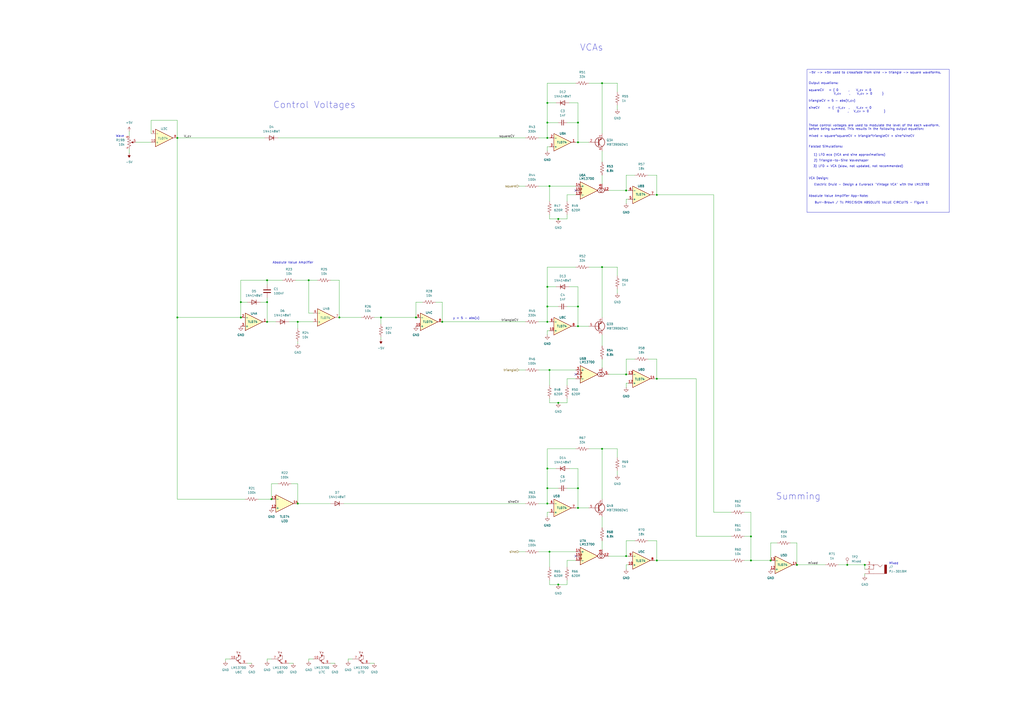
<source format=kicad_sch>
(kicad_sch (version 20250114) (generator "eeschema") (generator_version "9.0")
  (paper "A2")
  (text "Wave" (at 69.596 78.994 0) (effects (font (size 1.27 1.27))))
  (text "1) LFO eco (VCA and sine approximations)" (at 492.76 89.916 0) (effects (font (size 1.27 1.27))))
  (text "y = 5 - abs(x)" (at 270.51 184.658 0) (effects (font (size 1.27 1.27))))
  (text "Absolute Value Amplifier" (at 169.926 152.4 0) (effects (font (size 1.27 1.27))))
  (text "2) Triangle-to-Sine Waveshaper" (at 487.934 93.218 0) (effects (font (size 1.27 1.27))))
  (text "Control Voltages" (at 182.372 60.96 0) (effects (font (size 3.81 3.81))))
  (text "Burr-Brown / TI: PRECISION ABSOLUTE VALUE CIRCUITS - Figure 1" (at 505.46 117.602 0) (effects (font (size 1.27 1.27))))
  (text "Mixed" (at 518.414 326.898 0) (effects (font (size 1.27 1.27))))
  (text "Summing" (at 463.042 288.036 0) (effects (font (size 3.81 3.81))))
  (text "3) LFO + VCA (slow, not updated, not recommended)" (at 497.84 96.52 0) (effects (font (size 1.27 1.27))))
  (text "Electric Druid - Design a Eurorack \"Vintage VCA\" with the LM13700" (at 505.714 107.188 0) (effects (font (size 1.27 1.27))))
  (text "VCAs" (at 343.154 27.686 0) (effects (font (size 3.81 3.81))))
  (text_box "-5V -> +5V used to crossfade from sine -> triangle -> square waveforms.\n\n\nOutput equations:\n\nsquareCV   = { 0      ,    V_cv < 0\n               V_cv     ,    V_cv > 0      }\n\ntriangleCV = 5 - abs(V_cv)\n\nsineCV     = { -V_cv  ,    V_cv < 0\n                 0     ,   V_cv > 0         }\n\n\n\nThese control voltages are used to modulate the level of the each waveform, before being summed. This results in the following output equation:\n\nmixed = square*squareCV + triangle*triangleCV + sine*sineCV\n\n\nFalstad Simulations:\n\n\n\n\n\n\n\n\nVCA Design:\n\n\n\n\nAbsolute Value Amplifier App-Note:\n\n\n" (at 468.122 40.259 0) (size 82.55 82.931) (margins 0.9525 0.9525 0.9525 0.9525) (effects (font (size 1.27 1.27)) (justify left top)))
  (junction (at 381 113.03))
  (junction (at 102.87 184.15))
  (junction (at 323.85 233.68))
  (junction (at 157.48 289.56))
  (junction (at 435.61 311.15))
  (junction (at 491.49 327.66))
  (junction (at 196.85 184.15))
  (junction (at 323.85 127))
  (junction (at 220.98 184.15))
  (junction (at 349.25 260.35))
  (junction (at 335.28 177.8))
  (junction (at 317.5 71.12))
  (junction (at 139.7 184.15))
  (junction (at 381 219.71))
  (junction (at 318.77 214.63))
  (junction (at 335.28 294.64))
  (junction (at 335.28 82.55))
  (junction (at 381 325.12))
  (junction (at 317.5 186.69))
  (junction (at 335.28 283.21))
  (junction (at 462.28 327.66))
  (junction (at 447.04 325.12))
  (junction (at 154.94 175.26))
  (junction (at 363.22 217.17))
  (junction (at 102.87 80.01))
  (junction (at 172.72 292.1))
  (junction (at 172.72 186.69))
  (junction (at 241.3 184.15))
  (junction (at 349.25 154.94))
  (junction (at 335.28 189.23))
  (junction (at 154.94 186.69))
  (junction (at 501.65 327.66))
  (junction (at 363.22 322.58))
  (junction (at 435.61 325.12))
  (junction (at 317.5 177.8))
  (junction (at 335.28 71.12))
  (junction (at 317.5 80.01))
  (junction (at 349.25 48.26))
  (junction (at 318.77 320.04))
  (junction (at 139.7 175.26))
  (junction (at 317.5 271.78))
  (junction (at 317.5 283.21))
  (junction (at 323.85 339.09))
  (junction (at 179.07 162.56))
  (junction (at 154.94 162.56))
  (junction (at 363.22 110.49))
  (junction (at 256.54 186.69))
  (junction (at 317.5 166.37))
  (junction (at 318.77 107.95))
  (junction (at 317.5 292.1))
  (junction (at 317.5 59.69))
  (no_connect (at 334.01 110.49))
  (no_connect (at 334.01 322.58))
  (no_connect (at 334.01 217.17))
  (wire (pts (xy 181.61 382.27) (xy 179.07 382.27)))
  (wire (pts (xy 375.92 101.6) (xy 381 101.6)))
  (wire (pts (xy 312.42 320.04) (xy 318.77 320.04)))
  (wire (pts (xy 414.02 297.18) (xy 414.02 113.03)))
  (wire (pts (xy 349.25 77.47) (xy 349.25 48.26)))
  (wire (pts (xy 317.5 59.69) (xy 317.5 71.12)))
  (wire (pts (xy 143.51 384.81) (xy 146.05 384.81)))
  (wire (pts (xy 363.22 327.66) (xy 363.22 330.2)))
  (wire (pts (xy 424.18 297.18) (xy 414.02 297.18)))
  (wire (pts (xy 328.93 325.12) (xy 328.93 328.93)))
  (wire (pts (xy 349.25 184.15) (xy 349.25 154.94)))
  (wire (pts (xy 318.77 85.09) (xy 317.5 85.09)))
  (wire (pts (xy 328.93 113.03) (xy 328.93 116.84)))
  (wire (pts (xy 462.28 327.66) (xy 478.79 327.66)))
  (wire (pts (xy 375.92 313.69) (xy 381 313.69)))
  (wire (pts (xy 353.06 322.58) (xy 363.22 322.58)))
  (wire (pts (xy 364.49 222.25) (xy 363.22 222.25)))
  (wire (pts (xy 403.86 311.15) (xy 403.86 219.71)))
  (wire (pts (xy 172.72 280.67) (xy 172.72 292.1)))
  (wire (pts (xy 102.87 69.85) (xy 102.87 80.01)))
  (wire (pts (xy 364.49 322.58) (xy 363.22 322.58)))
  (wire (pts (xy 139.7 175.26) (xy 139.7 184.15)))
  (wire (pts (xy 317.5 186.69) (xy 318.77 186.69)))
  (wire (pts (xy 375.92 208.28) (xy 381 208.28)))
  (wire (pts (xy 318.77 339.09) (xy 323.85 339.09)))
  (wire (pts (xy 358.14 265.43) (xy 358.14 260.35)))
  (wire (pts (xy 335.28 71.12) (xy 335.28 82.55)))
  (wire (pts (xy 486.41 327.66) (xy 491.49 327.66)))
  (wire (pts (xy 300.99 107.95) (xy 304.8 107.95)))
  (wire (pts (xy 349.25 289.56) (xy 349.25 260.35)))
  (wire (pts (xy 335.28 294.64) (xy 341.63 294.64)))
  (wire (pts (xy 328.93 127) (xy 323.85 127)))
  (wire (pts (xy 196.85 162.56) (xy 191.77 162.56)))
  (wire (pts (xy 154.94 172.72) (xy 154.94 175.26)))
  (wire (pts (xy 317.5 271.78) (xy 317.5 283.21)))
  (wire (pts (xy 317.5 283.21) (xy 317.5 292.1)))
  (wire (pts (xy 330.2 166.37) (xy 335.28 166.37)))
  (wire (pts (xy 431.8 311.15) (xy 435.61 311.15)))
  (wire (pts (xy 450.85 314.96) (xy 447.04 314.96)))
  (wire (pts (xy 191.77 384.81) (xy 194.31 384.81)))
  (wire (pts (xy 491.49 327.66) (xy 501.65 327.66)))
  (wire (pts (xy 353.06 217.17) (xy 363.22 217.17)))
  (wire (pts (xy 403.86 219.71) (xy 381 219.71)))
  (wire (pts (xy 335.28 283.21) (xy 335.28 294.64)))
  (wire (pts (xy 363.22 115.57) (xy 363.22 118.11)))
  (wire (pts (xy 462.28 314.96) (xy 462.28 327.66)))
  (wire (pts (xy 102.87 184.15) (xy 139.7 184.15)))
  (wire (pts (xy 334.01 113.03) (xy 328.93 113.03)))
  (wire (pts (xy 364.49 217.17) (xy 363.22 217.17)))
  (wire (pts (xy 256.54 175.26) (xy 256.54 186.69)))
  (wire (pts (xy 172.72 190.5) (xy 172.72 186.69)))
  (wire (pts (xy 501.65 334.01) (xy 501.65 332.74)))
  (wire (pts (xy 318.77 233.68) (xy 323.85 233.68)))
  (wire (pts (xy 74.93 76.2) (xy 74.93 78.74)))
  (wire (pts (xy 87.63 69.85) (xy 102.87 69.85)))
  (wire (pts (xy 179.07 382.27) (xy 179.07 383.54)))
  (wire (pts (xy 241.3 175.26) (xy 241.3 184.15)))
  (wire (pts (xy 335.28 189.23) (xy 341.63 189.23)))
  (wire (pts (xy 318.77 336.55) (xy 318.77 339.09)))
  (wire (pts (xy 201.93 382.27) (xy 201.93 383.54)))
  (wire (pts (xy 349.25 313.69) (xy 349.25 318.77)))
  (wire (pts (xy 139.7 162.56) (xy 139.7 175.26)))
  (wire (pts (xy 318.77 297.18) (xy 317.5 297.18)))
  (wire (pts (xy 179.07 162.56) (xy 184.15 162.56)))
  (wire (pts (xy 312.42 214.63) (xy 318.77 214.63)))
  (wire (pts (xy 317.5 271.78) (xy 322.58 271.78)))
  (wire (pts (xy 358.14 53.34) (xy 358.14 48.26)))
  (wire (pts (xy 318.77 191.77) (xy 317.5 191.77)))
  (wire (pts (xy 334.01 325.12) (xy 328.93 325.12)))
  (wire (pts (xy 87.63 77.47) (xy 87.63 69.85)))
  (wire (pts (xy 328.93 336.55) (xy 328.93 339.09)))
  (wire (pts (xy 358.14 167.64) (xy 358.14 170.18)))
  (wire (pts (xy 317.5 166.37) (xy 322.58 166.37)))
  (wire (pts (xy 381 113.03) (xy 379.73 113.03)))
  (wire (pts (xy 317.5 85.09) (xy 317.5 87.63)))
  (wire (pts (xy 363.22 101.6) (xy 368.3 101.6)))
  (wire (pts (xy 424.18 311.15) (xy 403.86 311.15)))
  (wire (pts (xy 328.93 177.8) (xy 335.28 177.8)))
  (wire (pts (xy 204.47 382.27) (xy 201.93 382.27)))
  (wire (pts (xy 130.81 382.27) (xy 130.81 383.54)))
  (wire (pts (xy 317.5 80.01) (xy 318.77 80.01)))
  (wire (pts (xy 317.5 166.37) (xy 317.5 177.8)))
  (wire (pts (xy 431.8 297.18) (xy 435.61 297.18)))
  (wire (pts (xy 458.47 314.96) (xy 462.28 314.96)))
  (wire (pts (xy 363.22 208.28) (xy 368.3 208.28)))
  (wire (pts (xy 154.94 186.69) (xy 160.02 186.69)))
  (wire (pts (xy 328.93 71.12) (xy 335.28 71.12)))
  (wire (pts (xy 501.65 327.66) (xy 501.65 330.2)))
  (wire (pts (xy 335.28 82.55) (xy 334.01 82.55)))
  (wire (pts (xy 335.28 177.8) (xy 335.28 189.23)))
  (wire (pts (xy 199.39 292.1) (xy 304.8 292.1)))
  (wire (pts (xy 364.49 115.57) (xy 363.22 115.57)))
  (wire (pts (xy 335.28 189.23) (xy 334.01 189.23)))
  (wire (pts (xy 102.87 289.56) (xy 102.87 184.15)))
  (wire (pts (xy 335.28 294.64) (xy 334.01 294.64)))
  (wire (pts (xy 447.04 314.96) (xy 447.04 325.12)))
  (wire (pts (xy 154.94 162.56) (xy 163.83 162.56)))
  (wire (pts (xy 328.93 339.09) (xy 323.85 339.09)))
  (wire (pts (xy 74.93 86.36) (xy 74.93 88.9)))
  (wire (pts (xy 142.24 289.56) (xy 102.87 289.56)))
  (wire (pts (xy 318.77 124.46) (xy 318.77 127)))
  (wire (pts (xy 318.77 320.04) (xy 318.77 328.93)))
  (wire (pts (xy 334.01 154.94) (xy 317.5 154.94)))
  (wire (pts (xy 214.63 384.81) (xy 217.17 384.81)))
  (wire (pts (xy 245.11 175.26) (xy 241.3 175.26)))
  (wire (pts (xy 381 208.28) (xy 381 219.71)))
  (wire (pts (xy 312.42 292.1) (xy 317.5 292.1)))
  (wire (pts (xy 167.64 384.81) (xy 170.18 384.81)))
  (wire (pts (xy 328.93 124.46) (xy 328.93 127)))
  (wire (pts (xy 312.42 186.69) (xy 317.5 186.69)))
  (wire (pts (xy 154.94 165.1) (xy 154.94 162.56)))
  (wire (pts (xy 317.5 177.8) (xy 323.85 177.8)))
  (wire (pts (xy 318.77 127) (xy 323.85 127)))
  (wire (pts (xy 335.28 59.69) (xy 335.28 71.12)))
  (wire (pts (xy 220.98 196.85) (xy 220.98 195.58)))
  (wire (pts (xy 318.77 107.95) (xy 318.77 116.84)))
  (wire (pts (xy 349.25 101.6) (xy 349.25 106.68)))
  (wire (pts (xy 358.14 160.02) (xy 358.14 154.94)))
  (wire (pts (xy 349.25 154.94) (xy 358.14 154.94)))
  (wire (pts (xy 349.25 299.72) (xy 349.25 306.07)))
  (wire (pts (xy 318.77 320.04) (xy 334.01 320.04)))
  (wire (pts (xy 381 219.71) (xy 379.73 219.71)))
  (wire (pts (xy 317.5 48.26) (xy 317.5 59.69)))
  (wire (pts (xy 102.87 80.01) (xy 102.87 184.15)))
  (wire (pts (xy 149.86 289.56) (xy 157.48 289.56)))
  (wire (pts (xy 334.01 219.71) (xy 328.93 219.71)))
  (wire (pts (xy 161.29 280.67) (xy 157.48 280.67)))
  (wire (pts (xy 317.5 154.94) (xy 317.5 166.37)))
  (wire (pts (xy 328.93 219.71) (xy 328.93 223.52)))
  (wire (pts (xy 330.2 59.69) (xy 335.28 59.69)))
  (wire (pts (xy 172.72 292.1) (xy 191.77 292.1)))
  (wire (pts (xy 317.5 297.18) (xy 317.5 299.72)))
  (wire (pts (xy 318.77 231.14) (xy 318.77 233.68)))
  (wire (pts (xy 317.5 177.8) (xy 317.5 186.69)))
  (wire (pts (xy 318.77 214.63) (xy 334.01 214.63)))
  (wire (pts (xy 300.99 214.63) (xy 304.8 214.63)))
  (wire (pts (xy 102.87 80.01) (xy 153.67 80.01)))
  (wire (pts (xy 157.48 382.27) (xy 154.94 382.27)))
  (wire (pts (xy 381 101.6) (xy 381 113.03)))
  (wire (pts (xy 363.22 322.58) (xy 363.22 313.69)))
  (wire (pts (xy 349.25 87.63) (xy 349.25 93.98)))
  (wire (pts (xy 349.25 208.28) (xy 349.25 213.36)))
  (wire (pts (xy 349.25 260.35) (xy 358.14 260.35)))
  (wire (pts (xy 133.35 382.27) (xy 130.81 382.27)))
  (wire (pts (xy 330.2 271.78) (xy 335.28 271.78)))
  (wire (pts (xy 181.61 181.61) (xy 179.07 181.61)))
  (wire (pts (xy 154.94 162.56) (xy 139.7 162.56)))
  (wire (pts (xy 78.74 82.55) (xy 87.63 82.55)))
  (wire (pts (xy 363.22 313.69) (xy 368.3 313.69)))
  (wire (pts (xy 435.61 311.15) (xy 435.61 325.12)))
  (wire (pts (xy 328.93 231.14) (xy 328.93 233.68)))
  (wire (pts (xy 154.94 175.26) (xy 154.94 186.69)))
  (wire (pts (xy 161.29 80.01) (xy 304.8 80.01)))
  (wire (pts (xy 312.42 80.01) (xy 317.5 80.01)))
  (wire (pts (xy 341.63 260.35) (xy 349.25 260.35)))
  (wire (pts (xy 363.22 217.17) (xy 363.22 208.28)))
  (wire (pts (xy 220.98 187.96) (xy 220.98 184.15)))
  (wire (pts (xy 364.49 110.49) (xy 363.22 110.49)))
  (wire (pts (xy 435.61 297.18) (xy 435.61 311.15)))
  (wire (pts (xy 317.5 292.1) (xy 318.77 292.1)))
  (wire (pts (xy 349.25 194.31) (xy 349.25 200.66)))
  (wire (pts (xy 300.99 320.04) (xy 304.8 320.04)))
  (wire (pts (xy 358.14 273.05) (xy 358.14 275.59)))
  (wire (pts (xy 363.22 110.49) (xy 363.22 101.6)))
  (wire (pts (xy 217.17 184.15) (xy 220.98 184.15)))
  (wire (pts (xy 381 325.12) (xy 379.73 325.12)))
  (wire (pts (xy 328.93 283.21) (xy 335.28 283.21)))
  (wire (pts (xy 335.28 271.78) (xy 335.28 283.21)))
  (wire (pts (xy 143.51 175.26) (xy 139.7 175.26)))
  (wire (pts (xy 172.72 186.69) (xy 181.61 186.69)))
  (wire (pts (xy 318.77 107.95) (xy 334.01 107.95)))
  (wire (pts (xy 312.42 107.95) (xy 318.77 107.95)))
  (wire (pts (xy 151.13 175.26) (xy 154.94 175.26)))
  (wire (pts (xy 196.85 184.15) (xy 209.55 184.15)))
  (wire (pts (xy 317.5 59.69) (xy 322.58 59.69)))
  (wire (pts (xy 353.06 110.49) (xy 363.22 110.49)))
  (wire (pts (xy 317.5 283.21) (xy 323.85 283.21)))
  (wire (pts (xy 381 313.69) (xy 381 325.12)))
  (wire (pts (xy 381 113.03) (xy 414.02 113.03)))
  (wire (pts (xy 364.49 327.66) (xy 363.22 327.66)))
  (wire (pts (xy 334.01 260.35) (xy 317.5 260.35)))
  (wire (pts (xy 157.48 280.67) (xy 157.48 289.56)))
  (wire (pts (xy 172.72 186.69) (xy 167.64 186.69)))
  (wire (pts (xy 381 325.12) (xy 424.18 325.12)))
  (wire (pts (xy 317.5 260.35) (xy 317.5 271.78)))
  (wire (pts (xy 179.07 181.61) (xy 179.07 162.56)))
  (wire (pts (xy 435.61 325.12) (xy 447.04 325.12)))
  (wire (pts (xy 196.85 184.15) (xy 196.85 162.56)))
  (wire (pts (xy 335.28 82.55) (xy 341.63 82.55)))
  (wire (pts (xy 317.5 71.12) (xy 323.85 71.12)))
  (wire (pts (xy 171.45 162.56) (xy 179.07 162.56)))
  (wire (pts (xy 318.77 214.63) (xy 318.77 223.52)))
  (wire (pts (xy 358.14 60.96) (xy 358.14 63.5)))
  (wire (pts (xy 341.63 48.26) (xy 349.25 48.26)))
  (wire (pts (xy 341.63 154.94) (xy 349.25 154.94)))
  (wire (pts (xy 363.22 222.25) (xy 363.22 224.79)))
  (wire (pts (xy 256.54 186.69) (xy 304.8 186.69)))
  (wire (pts (xy 335.28 166.37) (xy 335.28 177.8)))
  (wire (pts (xy 317.5 71.12) (xy 317.5 80.01)))
  (wire (pts (xy 317.5 191.77) (xy 317.5 194.31)))
  (wire (pts (xy 168.91 280.67) (xy 172.72 280.67)))
  (wire (pts (xy 172.72 199.39) (xy 172.72 198.12)))
  (wire (pts (xy 349.25 48.26) (xy 358.14 48.26)))
  (wire (pts (xy 154.94 382.27) (xy 154.94 383.54)))
  (wire (pts (xy 334.01 48.26) (xy 317.5 48.26)))
  (wire (pts (xy 220.98 184.15) (xy 241.3 184.15)))
  (wire (pts (xy 252.73 175.26) (xy 256.54 175.26)))
  (wire (pts (xy 431.8 325.12) (xy 435.61 325.12)))
  (wire (pts (xy 328.93 233.68) (xy 323.85 233.68)))
  (label "squareCV" (at 289.56 80.01 0))
  (label "mixed" (at 468.63 327.66 0))
  (label "V_cv" (at 106.68 80.01 0))
  (label "triangleCV" (at 290.83 186.69 0))
  (label "sineCV" (at 294.64 292.1 0))
  (hierarchical_label "triangle" (shape input) (at 300.99 214.63 180))
  (hierarchical_label "square" (shape input) (at 300.99 107.95 180))
  (hierarchical_label "sine" (shape input) (at 300.99 320.04 180))
  (symbol (lib_id "power:-5V") (at 220.98 196.85 180) (unit 1)
    (property "Reference" "#PWR018" (effects (hide yes)))
    (property "Value" "-5V" (at 220.98 201.93 0))
    (property "Description" "Power symbol creates a global label with name \"-5V\"" (effects (hide yes)))
  )
  (symbol (lib_id "Device:R_US") (at 372.11 313.69 270) (unit 1)
    (property "Reference" "R70" (at 372.11 307.34 90))
    (property "Value" "18k" (at 372.11 309.88 90))
    (property "Footprint" "Resistor_SMD:R_0603_1608Metric" (effects (hide yes)))
    (property "Description" "Resistor, US symbol" (effects (hide yes)))
  )
  (symbol (lib_id "Device:R_US") (at 318.77 227.33 180) (unit 1)
    (property "Reference" "R48" (at 321.31 226.0599 0) (effects (justify right)))
    (property "Value" "620R" (at 321.31 228.5999 0) (effects (justify right)))
    (property "Footprint" "Resistor_SMD:R_0603_1608Metric" (effects (hide yes)))
    (property "Description" "Resistor, US symbol" (effects (hide yes)))
  )
  (symbol (lib_id "power:GND") (at 501.65 334.01 0) (unit 1)
    (property "Reference" "#PWR061" (effects (hide yes)))
    (property "Value" "GND" (at 501.65 339.09 0))
    (property "Description" "Power symbol creates a global label with name \"GND\" , ground" (effects (hide yes)))
  )
  (symbol (lib_id "power:GND") (at 363.22 118.11 0) (unit 1)
    (property "Reference" "#PWR042" (effects (hide yes)))
    (property "Value" "GND" (at 363.22 123.19 0))
    (property "Description" "Power symbol creates a global label with name \"GND\" , ground" (effects (hide yes)))
  )
  (symbol (lib_id "Device:R_US") (at 482.6 327.66 90) (unit 1)
    (property "Reference" "R71" (at 482.6 321.31 90))
    (property "Value" "1k" (at 482.6 323.85 90))
    (property "Description" "Resistor, US symbol" (effects (hide yes)))
  )
  (symbol (lib_id "OspreyIntruments:LM13700") (at 336.55 217.17 0) (mirror x) (unit 2)
    (property "Reference" "U6" (at 338.074 208.026 0))
    (property "Value" "LM13700" (at 340.614 210.058 0))
    (property "Footprint" "Package_SO:SOIC-16_3.9x9.9mm_P1.27mm" (effects (hide yes)))
    (property "Datasheet" "https://rocelec.widen.net/view/pdf/i0whh3ljrz/snosbw2f.pdf?t.download=true&u=5oefqw" (effects (hide yes)))
    (property "Description" "IC OPAMP TRANSCOND 2 CIRC 16SOIC" (effects (hide yes)))
    (property "Manufacturer" "Texas Instruments" (effects (hide yes)))
    (property "Part Number" "LM13700MX/NOPB" (effects (hide yes)))
  )
  (symbol (lib_id "Device:R_US") (at 328.93 332.74 180) (unit 1)
    (property "Reference" "R66" (at 331.47 331.4699 0) (effects (justify right)))
    (property "Value" "620R" (at 331.47 334.0099 0) (effects (justify right)))
    (property "Footprint" "Resistor_SMD:R_0603_1608Metric" (effects (hide yes)))
    (property "Description" "Resistor, US symbol" (effects (hide yes)))
  )
  (symbol (lib_id "Device:R_US") (at 427.99 325.12 270) (unit 1)
    (property "Reference" "R60" (at 427.99 318.77 90))
    (property "Value" "10k" (at 427.99 321.31 90))
    (property "Footprint" "Resistor_SMD:R_0603_1608Metric" (effects (hide yes)))
    (property "Description" "Resistor, US symbol" (effects (hide yes)))
  )
  (symbol (lib_id "Amplifier_Operational:TL074") (at 95.25 80.01 0) (mirror x) (unit 3)
    (property "Reference" "U3" (at 95.25 74.676 0))
    (property "Value" "TL074" (at 94.488 80.264 0))
    (property "Datasheet" "http://www.ti.com/lit/ds/symlink/tl071.pdf" (effects (hide yes)))
    (property "Description" "Quad Low-Noise JFET-Input Operational Amplifiers, DIP-14/SOIC-14" (effects (hide yes)))
  )
  (symbol (lib_id "Device:C_Small") (at 326.39 71.12 90) (unit 1)
    (property "Reference" "C3" (at 326.3963 64.424 90))
    (property "Value" "1nF" (at 326.3963 66.964 90))
    (property "Footprint" "Capacitor_SMD:C_0603_1608Metric" (effects (hide yes)))
    (property "Description" "Unpolarized capacitor, small symbol" (effects (hide yes)))
  )
  (symbol (lib_id "Amplifier_Operational:TL074") (at 326.39 82.55 0) (mirror x) (unit 1)
    (property "Reference" "U8" (at 326.39 77.47 0))
    (property "Value" "TL074" (at 325.882 82.55 0))
    (property "Datasheet" "http://www.ti.com/lit/ds/symlink/tl071.pdf" (effects (hide yes)))
    (property "Description" "Quad Low-Noise JFET-Input Operational Amplifiers, DIP-14/SOIC-14" (effects (hide yes)))
  )
  (symbol (lib_id "Device:R_US") (at 318.77 120.65 180) (unit 1)
    (property "Reference" "R47" (at 321.31 119.3799 0) (effects (justify right)))
    (property "Value" "620R" (at 321.31 121.9199 0) (effects (justify right)))
    (property "Footprint" "Resistor_SMD:R_0603_1608Metric" (effects (hide yes)))
    (property "Description" "Resistor, US symbol" (effects (hide yes)))
  )
  (symbol (lib_id "power:GND") (at 154.94 383.54 0) (unit 1)
    (property "Reference" "#PWR063" (effects (hide yes)))
    (property "Value" "GND" (at 154.94 388.62 0))
    (property "Description" "Power symbol creates a global label with name \"GND\" , ground" (effects (hide yes)))
  )
  (symbol (lib_id "Device:R_US") (at 308.61 107.95 270) (unit 1)
    (property "Reference" "R44" (at 308.61 101.6 90))
    (property "Value" "100k" (at 308.61 104.14 90))
    (property "Footprint" "Resistor_SMD:R_0603_1608Metric" (effects (hide yes)))
    (property "Description" "Resistor, US symbol" (effects (hide yes)))
  )
  (symbol (lib_id "Device:R_US") (at 337.82 260.35 270) (unit 1)
    (property "Reference" "R67" (at 337.82 254 90))
    (property "Value" "33k" (at 337.82 256.54 90))
    (property "Footprint" "Resistor_SMD:R_0603_1608Metric" (effects (hide yes)))
    (property "Description" "Resistor, US symbol" (effects (hide yes)))
  )
  (symbol (lib_id "Device:R_US") (at 172.72 194.31 180) (unit 1)
    (property "Reference" "R24" (at 175.26 193.0399 0) (effects (justify right)))
    (property "Value" "10k" (at 175.26 195.5799 0) (effects (justify right)))
    (property "Description" "Resistor, US symbol" (effects (hide yes)))
  )
  (symbol (lib_id "Amplifier_Operational:TL074") (at 326.39 189.23 0) (mirror x) (unit 3)
    (property "Reference" "U8" (at 326.39 184.15 0))
    (property "Value" "TL074" (at 325.882 189.23 0))
    (property "Datasheet" "http://www.ti.com/lit/ds/symlink/tl071.pdf" (effects (hide yes)))
    (property "Description" "Quad Low-Noise JFET-Input Operational Amplifiers, DIP-14/SOIC-14" (effects (hide yes)))
  )
  (symbol (lib_id "Diode:1N4148WT") (at 326.39 166.37 0) (unit 1)
    (property "Reference" "D13" (at 326.39 160.1847 0))
    (property "Value" "1N4148WT" (at 326.39 162.7247 0))
    (property "Footprint" "Diode_SMD:D_SOD-523" (effects (hide yes)))
    (property "Datasheet" "https://www.diodes.com/assets/Datasheets/ds30396.pdf" (effects (hide yes)))
    (property "Description" "75V 0.15A Fast switching Diode, SOD-523" (effects (hide yes)))
    (property "Sim.Device" "D" (effects (hide yes)))
    (property "Sim.Pins" "1=K 2=A" (effects (hide yes)))
  )
  (symbol (lib_id "Device:R_US") (at 167.64 162.56 90) (unit 1)
    (property "Reference" "R23" (at 167.64 156.21 90))
    (property "Value" "10k" (at 167.64 158.75 90))
    (property "Description" "Resistor, US symbol" (effects (hide yes)))
  )
  (symbol (lib_id "power:GND") (at 317.5 87.63 0) (unit 1)
    (property "Reference" "#PWR036" (effects (hide yes)))
    (property "Value" "GND" (at 317.5 92.71 0))
    (property "Description" "Power symbol creates a global label with name \"GND\" , ground" (effects (hide yes)))
  )
  (symbol (lib_id "Diode:1N4148WT") (at 195.58 292.1 180) (unit 1)
    (property "Reference" "D7" (at 195.58 285.75 0))
    (property "Value" "1N4148WT" (at 195.58 288.29 0))
    (property "Footprint" "Diode_SMD:D_SOD-523" (effects (hide yes)))
    (property "Datasheet" "https://www.diodes.com/assets/Datasheets/ds30396.pdf" (effects (hide yes)))
    (property "Description" "75V 0.15A Fast switching Diode, SOD-523" (effects (hide yes)))
    (property "Sim.Device" "D" (effects (hide yes)))
    (property "Sim.Pins" "1=K 2=A" (effects (hide yes)))
  )
  (symbol (lib_id "Amplifier_Operational:TL074") (at 147.32 186.69 0) (mirror x) (unit 1)
    (property "Reference" "U4" (at 147.32 181.864 0))
    (property "Value" "TL074" (at 146.558 186.69 0))
    (property "Datasheet" "http://www.ti.com/lit/ds/symlink/tl071.pdf" (effects (hide yes)))
    (property "Description" "Quad Low-Noise JFET-Input Operational Amplifiers, DIP-14/SOIC-14" (effects (hide yes)))
  )
  (symbol (lib_id "OspreyIntruments:LM13700") (at 336.55 322.58 0) (mirror x) (unit 1)
    (property "Reference" "U7" (at 338.074 313.69 0))
    (property "Value" "LM13700" (at 340.614 315.722 0))
    (property "Footprint" "Package_SO:SOIC-16_3.9x9.9mm_P1.27mm" (effects (hide yes)))
    (property "Datasheet" "https://rocelec.widen.net/view/pdf/i0whh3ljrz/snosbw2f.pdf?t.download=true&u=5oefqw" (effects (hide yes)))
    (property "Description" "IC OPAMP TRANSCOND 2 CIRC 16SOIC" (effects (hide yes)))
    (property "Manufacturer" "Texas Instruments" (effects (hide yes)))
    (property "Part Number" "LM13700MX/NOPB" (effects (hide yes)))
  )
  (symbol (lib_id "power:GND") (at 323.85 127 0) (unit 1)
    (property "Reference" "#PWR038" (effects (hide yes)))
    (property "Value" "GND" (at 323.85 132.08 0))
    (property "Description" "Power symbol creates a global label with name \"GND\" , ground" (effects (hide yes)))
  )
  (symbol (lib_id "Transistor_BJT:MBT3906DW1") (at 346.71 82.55 0) (mirror x) (unit 1)
    (property "Reference" "Q3" (at 351.79 81.2799 0) (effects (justify left)))
    (property "Value" "MBT3906DW1" (at 351.79 83.8199 0) (effects (justify left)))
    (property "Footprint" "Package_TO_SOT_SMD:SOT-363_SC-70-6" (effects (hide yes)))
    (property "Datasheet" "http://www.onsemi.com/pub_link/Collateral/MBT3906DW1T1-D.PDF" (effects (hide yes)))
    (property "Description" "200mA IC, 40V Vce, Dual PNP/PNP Transistors, SOT-363" (effects (hide yes)))
    (property "Manufacturer" "onsemi" (effects (hide yes)))
    (property "Part Number" "MBT3906DW1T1G" (effects (hide yes)))
  )
  (symbol (lib_id "OspreyIntruments:LM13700") (at 336.55 110.49 0) (mirror x) (unit 1)
    (property "Reference" "U6" (at 337.82 101.6 0))
    (property "Value" "LM13700" (at 340.36 103.632 0))
    (property "Footprint" "Package_SO:SOIC-16_3.9x9.9mm_P1.27mm" (effects (hide yes)))
    (property "Datasheet" "https://rocelec.widen.net/view/pdf/i0whh3ljrz/snosbw2f.pdf?t.download=true&u=5oefqw" (effects (hide yes)))
    (property "Description" "IC OPAMP TRANSCOND 2 CIRC 16SOIC" (effects (hide yes)))
    (property "Manufacturer" "Texas Instruments" (effects (hide yes)))
    (property "Part Number" "LM13700MX/NOPB" (effects (hide yes)))
  )
  (symbol (lib_id "Device:R_US") (at 358.14 163.83 180) (unit 1)
    (property "Reference" "R56" (at 360.68 162.5599 0) (effects (justify right)))
    (property "Value" "1k" (at 360.68 165.0999 0) (effects (justify right)))
    (property "Footprint" "Resistor_SMD:R_0603_1608Metric" (effects (hide yes)))
    (property "Description" "Resistor, US symbol" (effects (hide yes)))
  )
  (symbol (lib_id "Transistor_BJT:MBT3906DW1") (at 346.71 294.64 0) (mirror x) (unit 2)
    (property "Reference" "Q4" (at 351.79 293.3699 0) (effects (justify left)))
    (property "Value" "MBT3906DW1" (at 351.79 295.9099 0) (effects (justify left)))
    (property "Footprint" "Package_TO_SOT_SMD:SOT-363_SC-70-6" (effects (hide yes)))
    (property "Datasheet" "http://www.onsemi.com/pub_link/Collateral/MBT3906DW1T1-D.PDF" (effects (hide yes)))
    (property "Description" "200mA IC, 40V Vce, Dual PNP/PNP Transistors, SOT-363" (effects (hide yes)))
    (property "Manufacturer" "onsemi" (effects (hide yes)))
    (property "Part Number" "MBT3906DW1T1G" (effects (hide yes)))
  )
  (symbol (lib_id "Amplifier_Operational:TL074") (at 189.23 184.15 0) (mirror x) (unit 2)
    (property "Reference" "U4" (at 189.23 179.07 0))
    (property "Value" "TL074" (at 188.722 184.404 0))
    (property "Datasheet" "http://www.ti.com/lit/ds/symlink/tl071.pdf" (effects (hide yes)))
    (property "Description" "Quad Low-Noise JFET-Input Operational Amplifiers, DIP-14/SOIC-14" (effects (hide yes)))
  )
  (symbol (lib_id "Device:R_US") (at 337.82 154.94 270) (unit 1)
    (property "Reference" "R52" (at 337.82 148.59 90))
    (property "Value" "33k" (at 337.82 151.13 90))
    (property "Footprint" "Resistor_SMD:R_0603_1608Metric" (effects (hide yes)))
    (property "Description" "Resistor, US symbol" (effects (hide yes)))
  )
  (symbol (lib_id "Device:R_US") (at 328.93 120.65 180) (unit 1)
    (property "Reference" "R49" (at 331.47 119.3799 0) (effects (justify right)))
    (property "Value" "620R" (at 331.47 121.9199 0) (effects (justify right)))
    (property "Footprint" "Resistor_SMD:R_0603_1608Metric" (effects (hide yes)))
    (property "Description" "Resistor, US symbol" (effects (hide yes)))
  )
  (symbol (lib_id "power:GND") (at 363.22 330.2 0) (unit 1)
    (property "Reference" "#PWR060" (effects (hide yes)))
    (property "Value" "GND" (at 363.22 335.28 0))
    (property "Description" "Power symbol creates a global label with name \"GND\" , ground" (effects (hide yes)))
  )
  (symbol (lib_id "Amplifier_Operational:TL074") (at 165.1 292.1 0) (mirror x) (unit 4)
    (property "Reference" "U3" (at 165.1 302.26 0))
    (property "Value" "TL074" (at 165.1 299.72 0))
    (property "Datasheet" "http://www.ti.com/lit/ds/symlink/tl071.pdf" (effects (hide yes)))
    (property "Description" "Quad Low-Noise JFET-Input Operational Amplifiers, DIP-14/SOIC-14" (effects (hide yes)))
  )
  (symbol (lib_id "Device:R_US") (at 349.25 97.79 180) (unit 1)
    (property "Reference" "R53" (at 351.79 96.5199 0) (effects (justify right)))
    (property "Value" "6.8k" (at 351.79 99.0599 0) (effects (justify right)))
    (property "Footprint" "Resistor_SMD:R_0603_1608Metric" (effects (hide yes)))
    (property "Description" "Resistor, US symbol" (effects (hide yes)))
  )
  (symbol (lib_id "Device:R_US") (at 349.25 204.47 180) (unit 1)
    (property "Reference" "R54" (at 351.79 203.1999 0) (effects (justify right)))
    (property "Value" "6.8k" (at 351.79 205.7399 0) (effects (justify right)))
    (property "Footprint" "Resistor_SMD:R_0603_1608Metric" (effects (hide yes)))
    (property "Description" "Resistor, US symbol" (effects (hide yes)))
  )
  (symbol (lib_id "power:GND") (at 172.72 199.39 0) (unit 1)
    (property "Reference" "#PWR017" (effects (hide yes)))
    (property "Value" "GND" (at 172.72 204.47 0))
    (property "Description" "Power symbol creates a global label with name \"GND\" , ground" (effects (hide yes)))
  )
  (symbol (lib_id "Device:R_US") (at 454.66 314.96 270) (unit 1)
    (property "Reference" "R59" (at 454.66 308.61 90))
    (property "Value" "10k" (at 454.66 311.15 90))
    (property "Footprint" "Resistor_SMD:R_0603_1608Metric" (effects (hide yes)))
    (property "Description" "Resistor, US symbol" (effects (hide yes)))
  )
  (symbol (lib_id "Device:R_US") (at 358.14 57.15 180) (unit 1)
    (property "Reference" "R55" (at 360.68 55.8799 0) (effects (justify right)))
    (property "Value" "1k" (at 360.68 58.4199 0) (effects (justify right)))
    (property "Footprint" "Resistor_SMD:R_0603_1608Metric" (effects (hide yes)))
    (property "Description" "Resistor, US symbol" (effects (hide yes)))
  )
  (symbol (lib_id "OspreyIntruments:3.5mm_TS_SW_End") (at 509.27 330.2 0) (mirror y) (unit 1)
    (property "Reference" "J7" (at 515.62 328.9299 0) (effects (justify right)))
    (property "Value" "PJ-301BM" (at 515.62 331.4699 0) (effects (justify right)))
    (property "Footprint" "Osprey:PJ-301BM" (effects (hide yes)))
    (property "Datasheet" "http://www.taydaelectronics.com/datasheets/files/A-2566.pdf" (effects (hide yes)))
    (property "Description" "PJ-301BM 3.5mm Mono Phone Jack" (effects (hide yes)))
    (property "Manufacturer" "TAYDA" (effects (hide yes)))
    (property "Part Number" "PJ-301BM" (effects (hide yes)))
    (property "Distributor" "TAYDA" (effects (hide yes)))
    (property "SKU" " A-2566" (effects (hide yes)))
  )
  (symbol (lib_id "power:GND") (at 170.18 384.81 0) (unit 1)
    (property "Reference" "#PWR067" (effects (hide yes)))
    (property "Value" "GND" (at 170.18 389.89 0))
    (property "Description" "Power symbol creates a global label with name \"GND\" , ground" (effects (hide yes)))
  )
  (symbol (lib_id "power:GND") (at 241.3 189.23 0) (unit 1)
    (property "Reference" "#PWR019" (effects (hide yes)))
    (property "Value" "GND" (at 241.3 194.31 0))
    (property "Description" "Power symbol creates a global label with name \"GND\" , ground" (effects (hide yes)))
  )
  (symbol (lib_id "Amplifier_Operational:TL074") (at 454.66 327.66 0) (mirror x) (unit 4)
    (property "Reference" "U5" (at 454.66 322.072 0))
    (property "Value" "TL074" (at 453.898 327.66 0))
    (property "Datasheet" "http://www.ti.com/lit/ds/symlink/tl071.pdf" (effects (hide yes)))
    (property "Description" "Quad Low-Noise JFET-Input Operational Amplifiers, DIP-14/SOIC-14" (effects (hide yes)))
  )
  (symbol (lib_id "power:GND") (at 146.05 384.81 0) (unit 1)
    (property "Reference" "#PWR066" (effects (hide yes)))
    (property "Value" "GND" (at 146.05 389.89 0))
    (property "Description" "Power symbol creates a global label with name \"GND\" , ground" (effects (hide yes)))
  )
  (symbol (lib_id "Device:R_US") (at 427.99 297.18 270) (unit 1)
    (property "Reference" "R62" (at 427.99 290.83 90))
    (property "Value" "10k" (at 427.99 293.37 90))
    (property "Footprint" "Resistor_SMD:R_0603_1608Metric" (effects (hide yes)))
    (property "Description" "Resistor, US symbol" (effects (hide yes)))
  )
  (symbol (lib_id "Device:R_US") (at 427.99 311.15 270) (unit 1)
    (property "Reference" "R61" (at 427.99 304.8 90))
    (property "Value" "10k" (at 427.99 307.34 90))
    (property "Footprint" "Resistor_SMD:R_0603_1608Metric" (effects (hide yes)))
    (property "Description" "Resistor, US symbol" (effects (hide yes)))
  )
  (symbol (lib_id "Device:C") (at 154.94 168.91 180) (unit 1)
    (property "Reference" "C1" (at 158.75 167.6399 0) (effects (justify right)))
    (property "Value" "100nF" (at 158.75 170.1799 0) (effects (justify right)))
    (property "Description" "Unpolarized capacitor" (effects (hide yes)))
  )
  (symbol (lib_id "Device:R_US") (at 187.96 162.56 90) (unit 1)
    (property "Reference" "R25" (at 187.96 156.21 90))
    (property "Value" "10k" (at 187.96 158.75 90))
    (property "Description" "Resistor, US symbol" (effects (hide yes)))
  )
  (symbol (lib_id "OspreyIntruments:JH-D202X-R4") (at 74.93 81.28 90) (mirror x) (unit 2)
    (property "Reference" "R19" (at 72.39 81.2799 90) (effects (justify left)))
    (property "Value" "10k" (at 72.39 83.8199 90) (effects (justify left)))
    (property "Footprint" "Connector_JST:JST_PH_B6B-PH-SM4-TB_1x06-1MP_P2.00mm_Vertical" (effects (hide yes)))
    (property "Datasheet" "https://module-center.com/administrator/files/UploadFile/D202X-R4.pdf" (effects (hide yes)))
    (property "Description" "10k Mini Joystick XY" (effects (hide yes)))
    (property "Manufacturer" "Misc" (effects (hide yes)))
    (property "Part Number" "JH-D202X-R4" (effects (hide yes)))
  )
  (symbol (lib_id "power:GND") (at 179.07 383.54 0) (unit 1)
    (property "Reference" "#PWR064" (effects (hide yes)))
    (property "Value" "GND" (at 179.07 388.62 0))
    (property "Description" "Power symbol creates a global label with name \"GND\" , ground" (effects (hide yes)))
  )
  (symbol (lib_id "power:GND") (at 447.04 330.2 0) (unit 1)
    (property "Reference" "#PWR044" (effects (hide yes)))
    (property "Value" "GND" (at 447.04 335.28 0))
    (property "Description" "Power symbol creates a global label with name \"GND\" , ground" (effects (hide yes)))
  )
  (symbol (lib_id "Amplifier_Operational:TL074") (at 248.92 186.69 0) (mirror x) (unit 3)
    (property "Reference" "U4" (at 248.92 181.356 0))
    (property "Value" "TL074" (at 248.158 186.69 0))
    (property "Datasheet" "http://www.ti.com/lit/ds/symlink/tl071.pdf" (effects (hide yes)))
    (property "Description" "Quad Low-Noise JFET-Input Operational Amplifiers, DIP-14/SOIC-14" (effects (hide yes)))
  )
  (symbol (lib_id "Diode:1N4148WT") (at 326.39 271.78 0) (unit 1)
    (property "Reference" "D14" (at 326.39 265.5947 0))
    (property "Value" "1N4148WT" (at 326.39 268.1347 0))
    (property "Footprint" "Diode_SMD:D_SOD-523" (effects (hide yes)))
    (property "Datasheet" "https://www.diodes.com/assets/Datasheets/ds30396.pdf" (effects (hide yes)))
    (property "Description" "75V 0.15A Fast switching Diode, SOD-523" (effects (hide yes)))
    (property "Sim.Device" "D" (effects (hide yes)))
    (property "Sim.Pins" "1=K 2=A" (effects (hide yes)))
  )
  (symbol (lib_id "Device:R_US") (at 213.36 184.15 90) (unit 1)
    (property "Reference" "R26" (at 213.36 177.8 90))
    (property "Value" "10k" (at 213.36 180.34 90))
    (property "Description" "Resistor, US symbol" (effects (hide yes)))
  )
  (symbol (lib_id "Device:R_US") (at 372.11 208.28 270) (unit 1)
    (property "Reference" "R58" (at 372.11 201.93 90))
    (property "Value" "18k" (at 372.11 204.47 90))
    (property "Footprint" "Resistor_SMD:R_0603_1608Metric" (effects (hide yes)))
    (property "Description" "Resistor, US symbol" (effects (hide yes)))
  )
  (symbol (lib_id "power:GND") (at 139.7 189.23 0) (unit 1)
    (property "Reference" "#PWR015" (effects (hide yes)))
    (property "Value" "GND" (at 139.7 194.31 0))
    (property "Description" "Power symbol creates a global label with name \"GND\" , ground" (effects (hide yes)))
  )
  (symbol (lib_id "power:GND") (at 194.31 384.81 0) (unit 1)
    (property "Reference" "#PWR068" (effects (hide yes)))
    (property "Value" "GND" (at 194.31 389.89 0))
    (property "Description" "Power symbol creates a global label with name \"GND\" , ground" (effects (hide yes)))
  )
  (symbol (lib_id "Device:R_US") (at 146.05 289.56 90) (unit 1)
    (property "Reference" "R21" (at 146.05 283.21 90))
    (property "Value" "100k" (at 146.05 285.75 90))
    (property "Description" "Resistor, US symbol" (effects (hide yes)))
  )
  (symbol (lib_id "Device:R_US") (at 248.92 175.26 90) (unit 1)
    (property "Reference" "R28" (at 248.92 168.91 90))
    (property "Value" "10k" (at 248.92 171.45 90))
    (property "Description" "Resistor, US symbol" (effects (hide yes)))
  )
  (symbol (lib_id "OspreyIntruments:LM13700") (at 209.55 382.27 0) (unit 4)
    (property "Reference" "U7" (at 209.55 389.89 0))
    (property "Value" "LM13700" (at 209.55 387.35 0))
    (property "Footprint" "Package_SO:SOIC-16_3.9x9.9mm_P1.27mm" (effects (hide yes)))
    (property "Datasheet" "https://rocelec.widen.net/view/pdf/i0whh3ljrz/snosbw2f.pdf?t.download=true&u=5oefqw" (effects (hide yes)))
    (property "Description" "IC OPAMP TRANSCOND 2 CIRC 16SOIC" (effects (hide yes)))
    (property "Manufacturer" "Texas Instruments" (effects (hide yes)))
    (property "Part Number" "LM13700MX/NOPB" (effects (hide yes)))
  )
  (symbol (lib_id "Device:R_US") (at 220.98 191.77 180) (unit 1)
    (property "Reference" "R27" (at 223.52 190.4999 0) (effects (justify right)))
    (property "Value" "10k" (at 223.52 193.0399 0) (effects (justify right)))
    (property "Description" "Resistor, US symbol" (effects (hide yes)))
  )
  (symbol (lib_id "power:GND") (at 358.14 63.5 0) (unit 1)
    (property "Reference" "#PWR040" (effects (hide yes)))
    (property "Value" "GND" (at 358.14 68.58 0))
    (property "Description" "Power symbol creates a global label with name \"GND\" , ground" (effects (hide yes)))
  )
  (symbol (lib_id "power:GND") (at 323.85 233.68 0) (unit 1)
    (property "Reference" "#PWR039" (effects (hide yes)))
    (property "Value" "GND" (at 323.85 238.76 0))
    (property "Description" "Power symbol creates a global label with name \"GND\" , ground" (effects (hide yes)))
  )
  (symbol (lib_id "Diode:1N4148WT") (at 163.83 186.69 180) (unit 1)
    (property "Reference" "D6" (at 163.83 180.34 0))
    (property "Value" "1N4148WT" (at 163.83 182.88 0))
    (property "Footprint" "Diode_SMD:D_SOD-523" (effects (hide yes)))
    (property "Datasheet" "https://www.diodes.com/assets/Datasheets/ds30396.pdf" (effects (hide yes)))
    (property "Description" "75V 0.15A Fast switching Diode, SOD-523" (effects (hide yes)))
    (property "Sim.Device" "D" (effects (hide yes)))
    (property "Sim.Pins" "1=K 2=A" (effects (hide yes)))
  )
  (symbol (lib_id "Device:R_US") (at 328.93 227.33 180) (unit 1)
    (property "Reference" "R50" (at 331.47 226.0599 0) (effects (justify right)))
    (property "Value" "620R" (at 331.47 228.5999 0) (effects (justify right)))
    (property "Footprint" "Resistor_SMD:R_0603_1608Metric" (effects (hide yes)))
    (property "Description" "Resistor, US symbol" (effects (hide yes)))
  )
  (symbol (lib_id "power:GND") (at 317.5 194.31 0) (unit 1)
    (property "Reference" "#PWR037" (effects (hide yes)))
    (property "Value" "GND" (at 317.5 199.39 0))
    (property "Description" "Power symbol creates a global label with name \"GND\" , ground" (effects (hide yes)))
  )
  (symbol (lib_id "Device:R_US") (at 308.61 186.69 270) (unit 1)
    (property "Reference" "R45" (at 308.61 180.34 90))
    (property "Value" "330k" (at 308.61 182.88 90))
    (property "Footprint" "Resistor_SMD:R_0603_1608Metric" (effects (hide yes)))
    (property "Description" "Resistor, US symbol" (effects (hide yes)))
  )
  (symbol (lib_id "power:GND") (at 157.48 294.64 0) (unit 1)
    (property "Reference" "#PWR016" (effects (hide yes)))
    (property "Value" "GND" (at 157.48 299.72 0))
    (property "Description" "Power symbol creates a global label with name \"GND\" , ground" (effects (hide yes)))
  )
  (symbol (lib_id "Device:R_US") (at 358.14 269.24 180) (unit 1)
    (property "Reference" "R69" (at 360.68 267.9699 0) (effects (justify right)))
    (property "Value" "1k" (at 360.68 270.5099 0) (effects (justify right)))
    (property "Footprint" "Resistor_SMD:R_0603_1608Metric" (effects (hide yes)))
    (property "Description" "Resistor, US symbol" (effects (hide yes)))
  )
  (symbol (lib_id "Diode:1N4148WT") (at 147.32 175.26 180) (unit 1)
    (property "Reference" "D5" (at 147.32 168.91 0))
    (property "Value" "1N4148WT" (at 147.32 171.45 0))
    (property "Footprint" "Diode_SMD:D_SOD-523" (effects (hide yes)))
    (property "Datasheet" "https://www.diodes.com/assets/Datasheets/ds30396.pdf" (effects (hide yes)))
    (property "Description" "75V 0.15A Fast switching Diode, SOD-523" (effects (hide yes)))
    (property "Sim.Device" "D" (effects (hide yes)))
    (property "Sim.Pins" "1=K 2=A" (effects (hide yes)))
  )
  (symbol (lib_id "Device:R_US") (at 318.77 332.74 180) (unit 1)
    (property "Reference" "R65" (at 321.31 331.4699 0) (effects (justify right)))
    (property "Value" "620R" (at 321.31 334.0099 0) (effects (justify right)))
    (property "Footprint" "Resistor_SMD:R_0603_1608Metric" (effects (hide yes)))
    (property "Description" "Resistor, US symbol" (effects (hide yes)))
  )
  (symbol (lib_id "Device:C_Small") (at 326.39 283.21 90) (unit 1)
    (property "Reference" "C6" (at 326.3963 276.514 90))
    (property "Value" "1nF" (at 326.3963 279.054 90))
    (property "Footprint" "Capacitor_SMD:C_0603_1608Metric" (effects (hide yes)))
    (property "Description" "Unpolarized capacitor, small symbol" (effects (hide yes)))
  )
  (symbol (lib_id "Connector:TestPoint") (at 491.49 327.66 0) (unit 1)
    (property "Reference" "TP2" (at 494.03 323.0879 0) (effects (justify left)))
    (property "Value" "Mixed" (at 494.03 325.6279 0) (effects (justify left)))
    (property "Footprint" "Osprey:5016" (effects (hide yes)))
    (property "Datasheet" "https://www.keyelco.com/userAssets/file/M65p55.pdf" (effects (hide yes)))
    (property "Description" "test point" (effects (hide yes)))
    (property "Manufacturer" "Keystone Electronics" (effects (hide yes)))
    (property "Part Number" "5016" (effects (hide yes)))
  )
  (symbol (lib_id "Device:R_US") (at 165.1 280.67 90) (unit 1)
    (property "Reference" "R22" (at 165.1 274.32 90))
    (property "Value" "100k" (at 165.1 276.86 90))
    (property "Description" "Resistor, US symbol" (effects (hide yes)))
  )
  (symbol (lib_id "OspreyIntruments:LM13700") (at 186.69 382.27 0) (unit 3)
    (property "Reference" "U7" (at 186.69 389.89 0))
    (property "Value" "LM13700" (at 186.69 387.35 0))
    (property "Footprint" "Package_SO:SOIC-16_3.9x9.9mm_P1.27mm" (effects (hide yes)))
    (property "Datasheet" "https://rocelec.widen.net/view/pdf/i0whh3ljrz/snosbw2f.pdf?t.download=true&u=5oefqw" (effects (hide yes)))
    (property "Description" "IC OPAMP TRANSCOND 2 CIRC 16SOIC" (effects (hide yes)))
    (property "Manufacturer" "Texas Instruments" (effects (hide yes)))
    (property "Part Number" "LM13700MX/NOPB" (effects (hide yes)))
  )
  (symbol (lib_id "power:GND") (at 130.81 383.54 0) (unit 1)
    (property "Reference" "#PWR062" (effects (hide yes)))
    (property "Value" "GND" (at 130.81 388.62 0))
    (property "Description" "Power symbol creates a global label with name \"GND\" , ground" (effects (hide yes)))
  )
  (symbol (lib_id "Device:R_US") (at 372.11 101.6 270) (unit 1)
    (property "Reference" "R57" (at 372.11 95.25 90))
    (property "Value" "18k" (at 372.11 97.79 90))
    (property "Footprint" "Resistor_SMD:R_0603_1608Metric" (effects (hide yes)))
    (property "Description" "Resistor, US symbol" (effects (hide yes)))
  )
  (symbol (lib_id "OspreyIntruments:LM13700") (at 138.43 382.27 0) (unit 3)
    (property "Reference" "U6" (at 138.43 389.89 0))
    (property "Value" "LM13700" (at 138.43 387.35 0))
    (property "Footprint" "Package_SO:SOIC-16_3.9x9.9mm_P1.27mm" (effects (hide yes)))
    (property "Datasheet" "https://rocelec.widen.net/view/pdf/i0whh3ljrz/snosbw2f.pdf?t.download=true&u=5oefqw" (effects (hide yes)))
    (property "Description" "IC OPAMP TRANSCOND 2 CIRC 16SOIC" (effects (hide yes)))
    (property "Manufacturer" "Texas Instruments" (effects (hide yes)))
    (property "Part Number" "LM13700MX/NOPB" (effects (hide yes)))
  )
  (symbol (lib_id "Diode:1N4148WT") (at 157.48 80.01 180) (unit 1)
    (property "Reference" "D4" (at 157.48 73.66 0))
    (property "Value" "1N4148WT" (at 157.48 76.2 0))
    (property "Footprint" "Diode_SMD:D_SOD-523" (effects (hide yes)))
    (property "Datasheet" "https://www.diodes.com/assets/Datasheets/ds30396.pdf" (effects (hide yes)))
    (property "Description" "75V 0.15A Fast switching Diode, SOD-523" (effects (hide yes)))
    (property "Sim.Device" "D" (effects (hide yes)))
    (property "Sim.Pins" "1=K 2=A" (effects (hide yes)))
  )
  (symbol (lib_id "power:-5V") (at 74.93 88.9 180) (unit 1)
    (property "Reference" "#PWR014" (effects (hide yes)))
    (property "Value" "-5V" (at 74.93 93.98 0))
    (property "Description" "Power symbol creates a global label with name \"-5V\"" (effects (hide yes)))
  )
  (symbol (lib_id "Device:R_US") (at 308.61 292.1 270) (unit 1)
    (property "Reference" "R63" (at 308.61 285.75 90))
    (property "Value" "330k" (at 308.61 288.29 90))
    (property "Footprint" "Resistor_SMD:R_0603_1608Metric" (effects (hide yes)))
    (property "Description" "Resistor, US symbol" (effects (hide yes)))
  )
  (symbol (lib_id "Transistor_BJT:MBT3906DW1") (at 346.71 189.23 0) (mirror x) (unit 2)
    (property "Reference" "Q3" (at 351.79 187.9599 0) (effects (justify left)))
    (property "Value" "MBT3906DW1" (at 351.79 190.4999 0) (effects (justify left)))
    (property "Footprint" "Package_TO_SOT_SMD:SOT-363_SC-70-6" (effects (hide yes)))
    (property "Datasheet" "http://www.onsemi.com/pub_link/Collateral/MBT3906DW1T1-D.PDF" (effects (hide yes)))
    (property "Description" "200mA IC, 40V Vce, Dual PNP/PNP Transistors, SOT-363" (effects (hide yes)))
    (property "Manufacturer" "onsemi" (effects (hide yes)))
    (property "Part Number" "MBT3906DW1T1G" (effects (hide yes)))
  )
  (symbol (lib_id "Amplifier_Operational:TL074") (at 372.11 325.12 0) (mirror x) (unit 3)
    (property "Reference" "U5" (at 372.11 320.04 0))
    (property "Value" "TL074" (at 371.602 325.374 0))
    (property "Datasheet" "http://www.ti.com/lit/ds/symlink/tl071.pdf" (effects (hide yes)))
    (property "Description" "Quad Low-Noise JFET-Input Operational Amplifiers, DIP-14/SOIC-14" (effects (hide yes)))
  )
  (symbol (lib_id "Amplifier_Operational:TL074") (at 372.11 113.03 0) (mirror x) (unit 2)
    (property "Reference" "U8" (at 371.856 107.95 0))
    (property "Value" "TL074" (at 371.602 112.776 0))
    (property "Datasheet" "http://www.ti.com/lit/ds/symlink/tl071.pdf" (effects (hide yes)))
    (property "Description" "Quad Low-Noise JFET-Input Operational Amplifiers, DIP-14/SOIC-14" (effects (hide yes)))
  )
  (symbol (lib_id "power:GND") (at 358.14 170.18 0) (unit 1)
    (property "Reference" "#PWR041" (effects (hide yes)))
    (property "Value" "GND" (at 358.14 175.26 0))
    (property "Description" "Power symbol creates a global label with name \"GND\" , ground" (effects (hide yes)))
  )
  (symbol (lib_id "power:GND") (at 358.14 275.59 0) (unit 1)
    (property "Reference" "#PWR059" (effects (hide yes)))
    (property "Value" "GND" (at 358.14 280.67 0))
    (property "Description" "Power symbol creates a global label with name \"GND\" , ground" (effects (hide yes)))
  )
  (symbol (lib_id "Device:R_US") (at 308.61 80.01 270) (unit 1)
    (property "Reference" "R43" (at 308.61 73.66 90))
    (property "Value" "330k" (at 308.61 76.2 90))
    (property "Footprint" "Resistor_SMD:R_0603_1608Metric" (effects (hide yes)))
    (property "Description" "Resistor, US symbol" (effects (hide yes)))
  )
  (symbol (lib_id "Device:C_Small") (at 326.39 177.8 90) (unit 1)
    (property "Reference" "C4" (at 326.3963 171.104 90))
    (property "Value" "1nF" (at 326.3963 173.644 90))
    (property "Footprint" "Capacitor_SMD:C_0603_1608Metric" (effects (hide yes)))
    (property "Description" "Unpolarized capacitor, small symbol" (effects (hide yes)))
  )
  (symbol (lib_id "power:GND") (at 201.93 383.54 0) (unit 1)
    (property "Reference" "#PWR065" (effects (hide yes)))
    (property "Value" "GND" (at 201.93 388.62 0))
    (property "Description" "Power symbol creates a global label with name \"GND\" , ground" (effects (hide yes)))
  )
  (symbol (lib_id "Device:R_US") (at 349.25 309.88 180) (unit 1)
    (property "Reference" "R68" (at 351.79 308.6099 0) (effects (justify right)))
    (property "Value" "6.8k" (at 351.79 311.1499 0) (effects (justify right)))
    (property "Footprint" "Resistor_SMD:R_0603_1608Metric" (effects (hide yes)))
    (property "Description" "Resistor, US symbol" (effects (hide yes)))
  )
  (symbol (lib_id "power:+5V") (at 74.93 76.2 0) (unit 1)
    (property "Reference" "#PWR013" (effects (hide yes)))
    (property "Value" "+5V" (at 74.93 71.12 0))
    (property "Description" "Power symbol creates a global label with name \"+5V\"" (effects (hide yes)))
  )
  (symbol (lib_id "Diode:1N4148WT") (at 326.39 59.69 0) (unit 1)
    (property "Reference" "D12" (at 326.39 53.34 0))
    (property "Value" "1N4148WT" (at 326.39 55.88 0))
    (property "Footprint" "Diode_SMD:D_SOD-523" (effects (hide yes)))
    (property "Datasheet" "https://www.diodes.com/assets/Datasheets/ds30396.pdf" (effects (hide yes)))
    (property "Description" "75V 0.15A Fast switching Diode, SOD-523" (effects (hide yes)))
    (property "Sim.Device" "D" (effects (hide yes)))
    (property "Sim.Pins" "1=K 2=A" (effects (hide yes)))
  )
  (symbol (lib_id "Amplifier_Operational:TL074") (at 326.39 294.64 0) (mirror x) (unit 2)
    (property "Reference" "U5" (at 322.834 287.782 0))
    (property "Value" "TL074" (at 325.882 294.64 0))
    (property "Datasheet" "http://www.ti.com/lit/ds/symlink/tl071.pdf" (effects (hide yes)))
    (property "Description" "Quad Low-Noise JFET-Input Operational Amplifiers, DIP-14/SOIC-14" (effects (hide yes)))
  )
  (symbol (lib_id "power:GND") (at 323.85 339.09 0) (unit 1)
    (property "Reference" "#PWR058" (effects (hide yes)))
    (property "Value" "GND" (at 323.85 344.17 0))
    (property "Description" "Power symbol creates a global label with name \"GND\" , ground" (effects (hide yes)))
  )
  (symbol (lib_id "power:GND") (at 317.5 299.72 0) (unit 1)
    (property "Reference" "#PWR057" (effects (hide yes)))
    (property "Value" "GND" (at 317.5 304.8 0))
    (property "Description" "Power symbol creates a global label with name \"GND\" , ground" (effects (hide yes)))
  )
  (symbol (lib_id "Device:R_US") (at 308.61 214.63 270) (unit 1)
    (property "Reference" "R46" (at 308.61 208.28 90))
    (property "Value" "100k" (at 308.61 210.82 90))
    (property "Footprint" "Resistor_SMD:R_0603_1608Metric" (effects (hide yes)))
    (property "Description" "Resistor, US symbol" (effects (hide yes)))
  )
  (symbol (lib_id "Device:R_US") (at 308.61 320.04 270) (unit 1)
    (property "Reference" "R64" (at 308.61 313.69 90))
    (property "Value" "100k" (at 308.61 316.23 90))
    (property "Footprint" "Resistor_SMD:R_0603_1608Metric" (effects (hide yes)))
    (property "Description" "Resistor, US symbol" (effects (hide yes)))
  )
  (symbol (lib_id "Amplifier_Operational:TL074") (at 372.11 219.71 0) (mirror x) (unit 4)
    (property "Reference" "U8" (at 372.11 214.376 0))
    (property "Value" "TL074" (at 371.094 219.964 0))
    (property "Datasheet" "http://www.ti.com/lit/ds/symlink/tl071.pdf" (effects (hide yes)))
    (property "Description" "Quad Low-Noise JFET-Input Operational Amplifiers, DIP-14/SOIC-14" (effects (hide yes)))
  )
  (symbol (lib_id "OspreyIntruments:LM13700") (at 162.56 382.27 0) (unit 4)
    (property "Reference" "U6" (at 162.56 389.89 0))
    (property "Value" "LM13700" (at 162.56 387.35 0))
    (property "Footprint" "Package_SO:SOIC-16_3.9x9.9mm_P1.27mm" (effects (hide yes)))
    (property "Datasheet" "https://rocelec.widen.net/view/pdf/i0whh3ljrz/snosbw2f.pdf?t.download=true&u=5oefqw" (effects (hide yes)))
    (property "Description" "IC OPAMP TRANSCOND 2 CIRC 16SOIC" (effects (hide yes)))
    (property "Manufacturer" "Texas Instruments" (effects (hide yes)))
    (property "Part Number" "LM13700MX/NOPB" (effects (hide yes)))
  )
  (symbol (lib_id "Device:R_US") (at 337.82 48.26 270) (unit 1)
    (property "Reference" "R51" (at 337.82 41.91 90))
    (property "Value" "33k" (at 337.82 44.45 90))
    (property "Footprint" "Resistor_SMD:R_0603_1608Metric" (effects (hide yes)))
    (property "Description" "Resistor, US symbol" (effects (hide yes)))
  )
  (symbol (lib_id "power:GND") (at 363.22 224.79 0) (unit 1)
    (property "Reference" "#PWR043" (effects (hide yes)))
    (property "Value" "GND" (at 363.22 229.87 0))
    (property "Description" "Power symbol creates a global label with name \"GND\" , ground" (effects (hide yes)))
  )
  (symbol (lib_id "power:GND") (at 217.17 384.81 0) (unit 1)
    (property "Reference" "#PWR069" (effects (hide yes)))
    (property "Value" "GND" (at 217.17 389.89 0))
    (property "Description" "Power symbol creates a global label with name \"GND\" , ground" (effects (hide yes)))
  )
)
</source>
